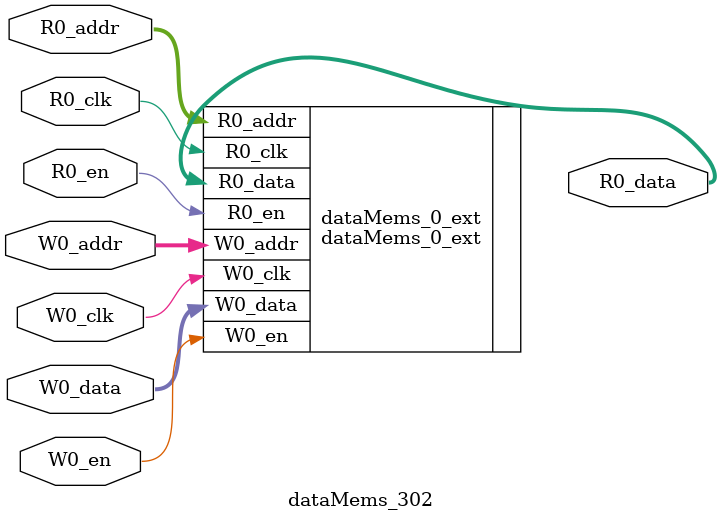
<source format=sv>
`ifndef RANDOMIZE
  `ifdef RANDOMIZE_REG_INIT
    `define RANDOMIZE
  `endif // RANDOMIZE_REG_INIT
`endif // not def RANDOMIZE
`ifndef RANDOMIZE
  `ifdef RANDOMIZE_MEM_INIT
    `define RANDOMIZE
  `endif // RANDOMIZE_MEM_INIT
`endif // not def RANDOMIZE

`ifndef RANDOM
  `define RANDOM $random
`endif // not def RANDOM

// Users can define 'PRINTF_COND' to add an extra gate to prints.
`ifndef PRINTF_COND_
  `ifdef PRINTF_COND
    `define PRINTF_COND_ (`PRINTF_COND)
  `else  // PRINTF_COND
    `define PRINTF_COND_ 1
  `endif // PRINTF_COND
`endif // not def PRINTF_COND_

// Users can define 'ASSERT_VERBOSE_COND' to add an extra gate to assert error printing.
`ifndef ASSERT_VERBOSE_COND_
  `ifdef ASSERT_VERBOSE_COND
    `define ASSERT_VERBOSE_COND_ (`ASSERT_VERBOSE_COND)
  `else  // ASSERT_VERBOSE_COND
    `define ASSERT_VERBOSE_COND_ 1
  `endif // ASSERT_VERBOSE_COND
`endif // not def ASSERT_VERBOSE_COND_

// Users can define 'STOP_COND' to add an extra gate to stop conditions.
`ifndef STOP_COND_
  `ifdef STOP_COND
    `define STOP_COND_ (`STOP_COND)
  `else  // STOP_COND
    `define STOP_COND_ 1
  `endif // STOP_COND
`endif // not def STOP_COND_

// Users can define INIT_RANDOM as general code that gets injected into the
// initializer block for modules with registers.
`ifndef INIT_RANDOM
  `define INIT_RANDOM
`endif // not def INIT_RANDOM

// If using random initialization, you can also define RANDOMIZE_DELAY to
// customize the delay used, otherwise 0.002 is used.
`ifndef RANDOMIZE_DELAY
  `define RANDOMIZE_DELAY 0.002
`endif // not def RANDOMIZE_DELAY

// Define INIT_RANDOM_PROLOG_ for use in our modules below.
`ifndef INIT_RANDOM_PROLOG_
  `ifdef RANDOMIZE
    `ifdef VERILATOR
      `define INIT_RANDOM_PROLOG_ `INIT_RANDOM
    `else  // VERILATOR
      `define INIT_RANDOM_PROLOG_ `INIT_RANDOM #`RANDOMIZE_DELAY begin end
    `endif // VERILATOR
  `else  // RANDOMIZE
    `define INIT_RANDOM_PROLOG_
  `endif // RANDOMIZE
`endif // not def INIT_RANDOM_PROLOG_

// Include register initializers in init blocks unless synthesis is set
`ifndef SYNTHESIS
  `ifndef ENABLE_INITIAL_REG_
    `define ENABLE_INITIAL_REG_
  `endif // not def ENABLE_INITIAL_REG_
`endif // not def SYNTHESIS

// Include rmemory initializers in init blocks unless synthesis is set
`ifndef SYNTHESIS
  `ifndef ENABLE_INITIAL_MEM_
    `define ENABLE_INITIAL_MEM_
  `endif // not def ENABLE_INITIAL_MEM_
`endif // not def SYNTHESIS

module dataMems_302(	// @[generators/ara/src/main/scala/UnsafeAXI4ToTL.scala:365:62]
  input  [4:0]  R0_addr,
  input         R0_en,
  input         R0_clk,
  output [66:0] R0_data,
  input  [4:0]  W0_addr,
  input         W0_en,
  input         W0_clk,
  input  [66:0] W0_data
);

  dataMems_0_ext dataMems_0_ext (	// @[generators/ara/src/main/scala/UnsafeAXI4ToTL.scala:365:62]
    .R0_addr (R0_addr),
    .R0_en   (R0_en),
    .R0_clk  (R0_clk),
    .R0_data (R0_data),
    .W0_addr (W0_addr),
    .W0_en   (W0_en),
    .W0_clk  (W0_clk),
    .W0_data (W0_data)
  );
endmodule


</source>
